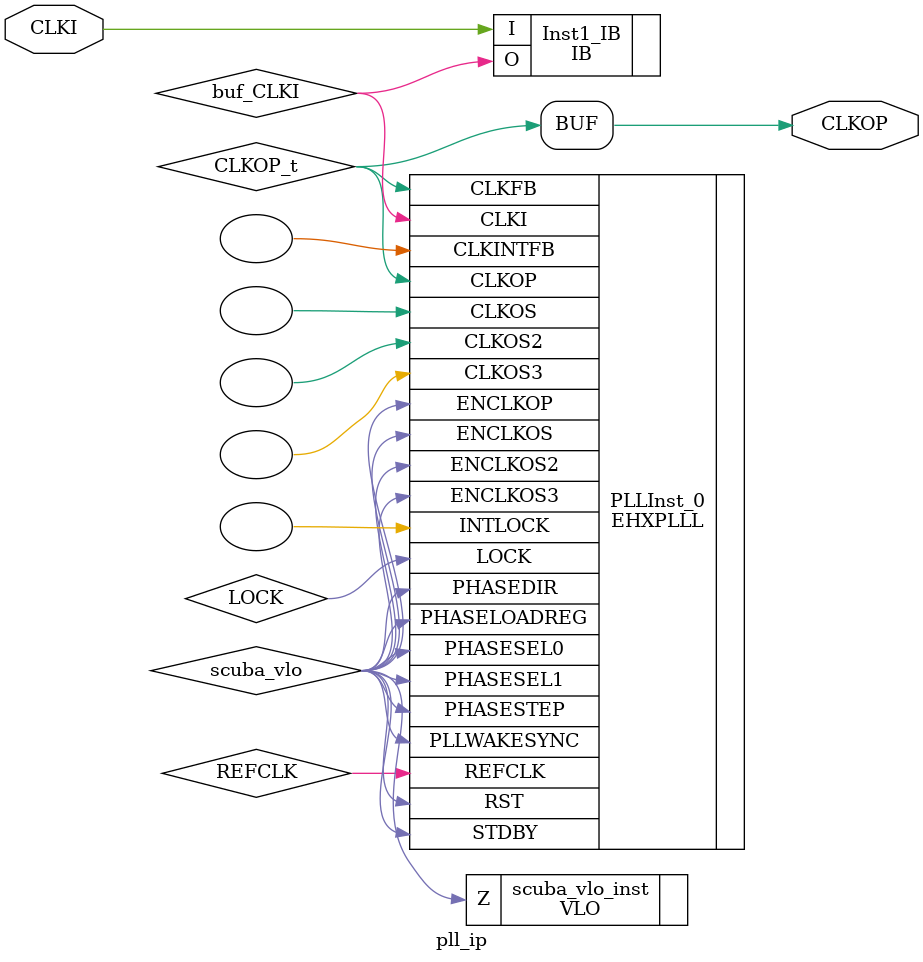
<source format=v>
/* Verilog netlist generated by SCUBA Diamond (64-bit) 3.11.2.446 */
/* Module Version: 5.7 */
/* C:\lscc\diamond\3.11_x64\ispfpga\bin\nt64\scuba.exe -w -n pll_ip -lang verilog -synth lse -bus_exp 7 -bb -arch sa5p00 -type pll -fin 100.00 -clkibuf LVDS -fclkop 100 -fclkop_tol 0.0 -phase_cntl STATIC -fb_mode 1 -fdc F:/CYPRESS_ECP/slfifo_prj_appnote_2/IP/pll/pll_ip/pll_ip.fdc  */
/* Mon Nov 09 21:50:11 2020 */


`timescale 1 ns / 1 ps
module pll_ip (CLKI, CLKOP)/* synthesis NGD_DRC_MASK=1 */;
    input wire CLKI;
    output wire CLKOP;

    wire REFCLK;
    wire LOCK;
    wire CLKOP_t;
    wire buf_CLKI;
    wire scuba_vhi;
    wire scuba_vlo;

    IB Inst1_IB (.I(CLKI), .O(buf_CLKI))
             /* synthesis IO_TYPE="LVDS" */;

    VHI scuba_vhi_inst (.Z(scuba_vhi));

    VLO scuba_vlo_inst (.Z(scuba_vlo));

    defparam PLLInst_0.PLLRST_ENA = "DISABLED" ;
    defparam PLLInst_0.INTFB_WAKE = "DISABLED" ;
    defparam PLLInst_0.STDBY_ENABLE = "DISABLED" ;
    defparam PLLInst_0.DPHASE_SOURCE = "DISABLED" ;
    defparam PLLInst_0.CLKOS3_FPHASE = 0 ;
    defparam PLLInst_0.CLKOS3_CPHASE = 0 ;
    defparam PLLInst_0.CLKOS2_FPHASE = 0 ;
    defparam PLLInst_0.CLKOS2_CPHASE = 0 ;
    defparam PLLInst_0.CLKOS_FPHASE = 0 ;
    defparam PLLInst_0.CLKOS_CPHASE = 0 ;
    defparam PLLInst_0.CLKOP_FPHASE = 0 ;
    defparam PLLInst_0.CLKOP_CPHASE = 5 ;
    defparam PLLInst_0.PLL_LOCK_MODE = 0 ;
    defparam PLLInst_0.CLKOS_TRIM_DELAY = 0 ;
    defparam PLLInst_0.CLKOS_TRIM_POL = "FALLING" ;
    defparam PLLInst_0.CLKOP_TRIM_DELAY = 0 ;
    defparam PLLInst_0.CLKOP_TRIM_POL = "FALLING" ;
    defparam PLLInst_0.OUTDIVIDER_MUXD = "DIVD" ;
    defparam PLLInst_0.CLKOS3_ENABLE = "DISABLED" ;
    defparam PLLInst_0.OUTDIVIDER_MUXC = "DIVC" ;
    defparam PLLInst_0.CLKOS2_ENABLE = "DISABLED" ;
    defparam PLLInst_0.OUTDIVIDER_MUXB = "DIVB" ;
    defparam PLLInst_0.CLKOS_ENABLE = "DISABLED" ;
    defparam PLLInst_0.OUTDIVIDER_MUXA = "DIVA" ;
    defparam PLLInst_0.CLKOP_ENABLE = "ENABLED" ;
    defparam PLLInst_0.CLKOS3_DIV = 1 ;
    defparam PLLInst_0.CLKOS2_DIV = 1 ;
    defparam PLLInst_0.CLKOS_DIV = 1 ;
    defparam PLLInst_0.CLKOP_DIV = 6 ;
    defparam PLLInst_0.CLKFB_DIV = 1 ;
    defparam PLLInst_0.CLKI_DIV = 1 ;
    defparam PLLInst_0.FEEDBK_PATH = "CLKOP" ;
    EHXPLLL PLLInst_0 (.CLKI(buf_CLKI), .CLKFB(CLKOP_t), .PHASESEL1(scuba_vlo), 
        .PHASESEL0(scuba_vlo), .PHASEDIR(scuba_vlo), .PHASESTEP(scuba_vlo), 
        .PHASELOADREG(scuba_vlo), .STDBY(scuba_vlo), .PLLWAKESYNC(scuba_vlo), 
        .RST(scuba_vlo), .ENCLKOP(scuba_vlo), .ENCLKOS(scuba_vlo), .ENCLKOS2(scuba_vlo), 
        .ENCLKOS3(scuba_vlo), .CLKOP(CLKOP_t), .CLKOS(), .CLKOS2(), .CLKOS3(), 
        .LOCK(LOCK), .INTLOCK(), .REFCLK(REFCLK), .CLKINTFB())
             /* synthesis FREQUENCY_PIN_CLKOP="100.000000" */
             /* synthesis FREQUENCY_PIN_CLKI="100.000000" */
             /* synthesis ICP_CURRENT="9" */
             /* synthesis LPF_RESISTOR="72" */;

    assign CLKOP = CLKOP_t;


    // exemplar begin
    // exemplar attribute Inst1_IB IO_TYPE LVDS
    // exemplar attribute PLLInst_0 FREQUENCY_PIN_CLKOP 100.000000
    // exemplar attribute PLLInst_0 FREQUENCY_PIN_CLKI 100.000000
    // exemplar attribute PLLInst_0 ICP_CURRENT 9
    // exemplar attribute PLLInst_0 LPF_RESISTOR 72
    // exemplar end

endmodule

</source>
